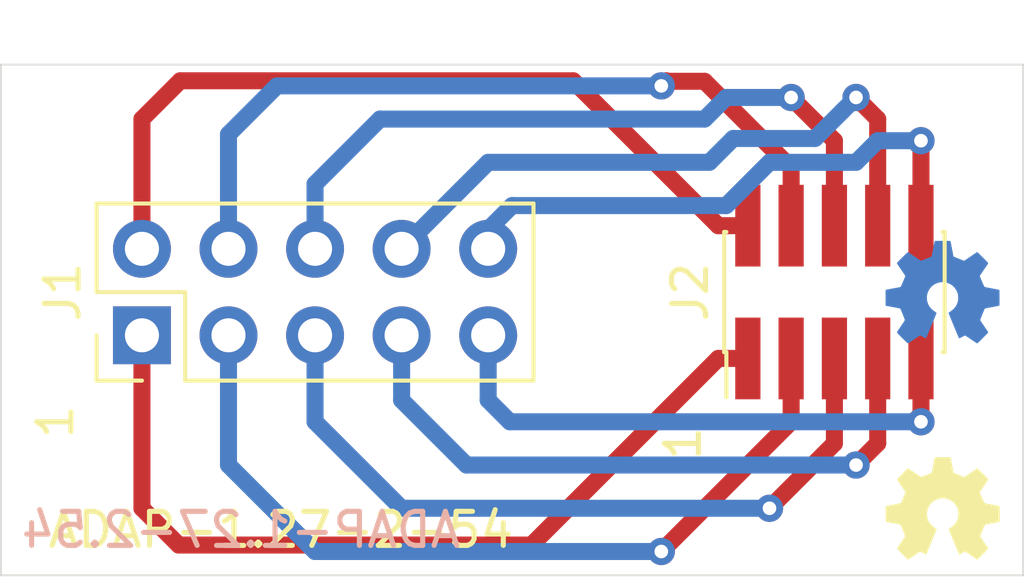
<source format=kicad_pcb>
(kicad_pcb (version 20211014) (generator pcbnew)
  (title_block (title "5x2 pin 1.27 mm male to 2.54 mm male adapter") (company "Galopago"))
  (layers (0 "F.Cu" signal) (31 "B.Cu" signal) (34 "B.Paste" user) (35 "F.Paste" user) (36 "B.SilkS" user "B.Silkscreen") (37 "F.SilkS" user "F.Silkscreen") (38 "B.Mask" user) (39 "F.Mask" user) (44 "Edge.Cuts" user))
  (net 0 "")
  (net 1 "Net-(J1-Pad10)")
  (net 2 "Net-(J1-Pad9)")
  (net 3 "Net-(J1-Pad8)")
  (net 4 "Net-(J1-Pad7)")
  (net 5 "Net-(J1-Pad6)")
  (net 6 "Net-(J1-Pad5)")
  (net 7 "Net-(J1-Pad4)")
  (net 8 "Net-(J1-Pad3)")
  (net 9 "Net-(J1-Pad2)")
  (net 10 "Net-(J1-Pad1)")
  (footprint "Connector_PinHeader_2.54mm:PinHeader_2x05_P2.54mm_Vertical" (layer "F.Cu") (at 104.14 107.95 90)
    (fp_text reference "J1" (at 1.27 -2.33 90) (layer "F.SilkS"))
    (fp_text value "Conn_02x05_Odd_Even")
    (fp_line (start 1.27 1.27) (end 1.27 -1.33) (layer "F.SilkS") (width 0.12))
    (fp_line (start -1.33 0) (end -1.33 -1.33) (layer "F.SilkS") (width 0.12))
    (fp_line (start -1.33 11.49) (end 3.87 11.49) (layer "F.SilkS") (width 0.12))
    (fp_line (start 1.27 -1.33) (end 3.87 -1.33) (layer "F.SilkS") (width 0.12))
    (fp_line (start -1.33 -1.33) (end 0 -1.33) (layer "F.SilkS") (width 0.12))
    (fp_line (start -1.33 1.27) (end -1.33 11.49) (layer "F.SilkS") (width 0.12))
    (fp_line (start -1.33 1.27) (end 1.27 1.27) (layer "F.SilkS") (width 0.12))
    (fp_line (start 3.87 -1.33) (end 3.87 11.49) (layer "F.SilkS") (width 0.12))
    (pad "1" thru_hole rect locked (at 0 0 90) (size 1.7 1.7) (drill 1) (layers *.Cu *.Mask) (net 10 "Net-(J1-Pad1)"))
    (pad "2" thru_hole oval locked (at 2.54 0 90) (size 1.7 1.7) (drill 1) (layers *.Cu *.Mask) (net 9 "Net-(J1-Pad2)"))
    (pad "3" thru_hole oval locked (at 0 2.54 90) (size 1.7 1.7) (drill 1) (layers *.Cu *.Mask) (net 8 "Net-(J1-Pad3)"))
    (pad "4" thru_hole oval locked (at 2.54 2.54 90) (size 1.7 1.7) (drill 1) (layers *.Cu *.Mask) (net 7 "Net-(J1-Pad4)"))
    (pad "5" thru_hole oval locked (at 0 5.08 90) (size 1.7 1.7) (drill 1) (layers *.Cu *.Mask) (net 6 "Net-(J1-Pad5)"))
    (pad "6" thru_hole oval locked (at 2.54 5.08 90) (size 1.7 1.7) (drill 1) (layers *.Cu *.Mask) (net 5 "Net-(J1-Pad6)"))
    (pad "7" thru_hole oval locked (at 0 7.62 90) (size 1.7 1.7) (drill 1) (layers *.Cu *.Mask) (net 4 "Net-(J1-Pad7)"))
    (pad "8" thru_hole oval locked (at 2.54 7.62 90) (size 1.7 1.7) (drill 1) (layers *.Cu *.Mask) (net 3 "Net-(J1-Pad8)"))
    (pad "9" thru_hole oval locked (at 0 10.16 90) (size 1.7 1.7) (drill 1) (layers *.Cu *.Mask) (net 2 "Net-(J1-Pad9)"))
    (pad "10" thru_hole oval locked (at 2.54 10.16 90) (size 1.7 1.7) (drill 1) (layers *.Cu *.Mask) (net 1 "Net-(J1-Pad10)"))
  )
  (footprint "Connector_PinHeader_1.27mm:PinHeader_2x05_P1.27mm_Vertical_SMD" (layer "F.Cu") (at 124.46 106.68 90)
    (fp_text reference "J2" (at 0 -4.235 90) (layer "F.SilkS"))
    (fp_text value "Conn_02x05_Odd_Even")
    (fp_line (start -1.765 -3.235) (end -1.765 -3.17) (layer "F.SilkS") (width 0.12))
    (fp_line (start -1.765 3.17) (end -1.765 3.235) (layer "F.SilkS") (width 0.12))
    (fp_line (start -1.765 3.235) (end 1.765 3.235) (layer "F.SilkS") (width 0.12))
    (fp_line (start -1.765 -3.235) (end 1.765 -3.235) (layer "F.SilkS") (width 0.12))
    (fp_line (start 1.765 3.17) (end 1.765 3.235) (layer "F.SilkS") (width 0.12))
    (fp_line (start -3.09 -3.17) (end -1.765 -3.17) (layer "F.SilkS") (width 0.12))
    (fp_line (start 1.765 -3.235) (end 1.765 -3.17) (layer "F.SilkS") (width 0.12))
    (pad "1" smd rect locked (at -1.95 -2.54 90) (size 2.4 0.74) (layers "F.Cu" "F.Paste" "F.Mask") (net 10 "Net-(J1-Pad1)"))
    (pad "2" smd rect locked (at 1.95 -2.54 90) (size 2.4 0.74) (layers "F.Cu" "F.Paste" "F.Mask") (net 9 "Net-(J1-Pad2)"))
    (pad "3" smd rect locked (at -1.95 -1.27 90) (size 2.4 0.74) (layers "F.Cu" "F.Paste" "F.Mask") (net 8 "Net-(J1-Pad3)"))
    (pad "4" smd rect locked (at 1.95 -1.27 90) (size 2.4 0.74) (layers "F.Cu" "F.Paste" "F.Mask") (net 7 "Net-(J1-Pad4)"))
    (pad "5" smd rect locked (at -1.95 0 90) (size 2.4 0.74) (layers "F.Cu" "F.Paste" "F.Mask") (net 6 "Net-(J1-Pad5)"))
    (pad "6" smd rect locked (at 1.95 0 90) (size 2.4 0.74) (layers "F.Cu" "F.Paste" "F.Mask") (net 5 "Net-(J1-Pad6)"))
    (pad "7" smd rect locked (at -1.95 1.27 90) (size 2.4 0.74) (layers "F.Cu" "F.Paste" "F.Mask") (net 4 "Net-(J1-Pad7)"))
    (pad "8" smd rect locked (at 1.95 1.27 90) (size 2.4 0.74) (layers "F.Cu" "F.Paste" "F.Mask") (net 3 "Net-(J1-Pad8)"))
    (pad "9" smd rect locked (at -1.95 2.54 90) (size 2.4 0.74) (layers "F.Cu" "F.Paste" "F.Mask") (net 2 "Net-(J1-Pad9)"))
    (pad "10" smd rect locked (at 1.95 2.54 90) (size 2.4 0.74) (layers "F.Cu" "F.Paste" "F.Mask") (net 1 "Net-(J1-Pad10)"))
  )
  (footprint "Symbol:OSHW-Symbol_3.3x3mm_SilkScreen" (layer "F.Cu") (at 127.635 113.03)
    (fp_text reference "REF**" hide)
    (fp_text value "OSHW-Symbol_3.3x3mm_SilkScreen" hide)
    (fp_poly (pts (xy 0.025852 -1.499527) (xy 0.060681 -1.499384) (xy 0.094199 -1.499117) (xy 0.12563 -1.498727) (xy 0.154193 -1.49821) (xy 0.17911 -1.497569) (xy 0.199602 -1.496802) (xy 0.21489 -1.495911) (xy 0.224196 -1.494894) (xy 0.226648 -1.494181) (xy 0.228282 -1.491962) (xy 0.230212 -1.48721) (xy 0.232539 -1.479442) (xy 0.235366 -1.468179) (xy 0.238796 -1.452939) (xy 0.24293 -1.433243) (xy 0.24787 -1.408608) (xy 0.253718 -1.378556) (xy 0.260576 -1.342604) (xy 0.268547 -1.300273) (xy 0.273859 -1.271867) (xy 0.281171 -1.232921) (xy 0.288195 -1.19596) (xy 0.294805 -1.161625) (xy 0.300873 -1.130558) (xy 0.306271 -1.103402) (xy 0.310871 -1.080797) (xy 0.314546 -1.063386) (xy 0.317168 -1.051811) (xy 0.318611 -1.046712) (xy 0.318636 -1.046662) (xy 0.32374 -1.03982) (xy 0.327471 -1.037012) (xy 0.387317 -1.012399) (xy 0.440529 -0.990597) (xy 0.487158 -0.971587) (xy 0.527253 -0.955347) (xy 0.560864 -0.941859) (xy 0.588043 -0.931101) (xy 0.608839 -0.923053) (xy 0.623302 -0.917696) (xy 0.631483 -0.91501) (xy 0.633259 -0.914662) (xy 0.634915 -0.914647) (xy 0.636575 -0.914799) (xy 0.63868 -0.915406) (xy 0.641672 -0.916759) (xy 0.645992 -0.919148) (xy 0.652081 -0.922863) (xy 0.66038 -0.928196) (xy 0.671332 -0.935435) (xy 0.685376 -0.944872) (xy 0.702954 -0.956796) (xy 0.724508 -0.971498) (xy 0.750479 -0.989269) (xy 0.781308 -1.010398) (xy 0.817437 -1.035175) (xy 0.840254 -1.050826) (xy 0.870851 -1.071788) (xy 0.899826 -1.091593) (xy 0.926593 -1.109845) (xy 0.950567 -1.126145) (xy 0.971161 -1.140097) (xy 0.98779 -1.151303) (xy 0.999869 -1.159366) (xy 1.006811 -1.16389) (xy 1.008091 -1.164658) (xy 1.015869 -1.167036) (xy 1.024185 -1.164695) (xy 1.026239 -1.163653) (xy 1.030583 -1.160163) (xy 1.039549 -1.151989) (xy 1.052649 -1.139606) (xy 1.069396 -1.123489) (xy 1.089301 -1.10411) (xy 1.111878 -1.081945) (xy 1.13664 -1.057467) (xy 1.163099 -1.03115) (xy 1.185974 -1.008275) (xy 1.217861 -0.976277) (xy 1.244963 -0.948982) (xy 1.267657 -0.925988) (xy 1.286318 -0.906891) (xy 1.30132 -0.891287) (xy 1.31304 -0.878773) (xy 1.321851 -0.868946) (xy 1.32813 -0.861402) (xy 1.332252 -0.855738) (xy 1.334591 -0.851551) (xy 1.335524 -0.848437) (xy 1.335587 -0.847412) (xy 1.334507 -0.84346) (xy 1.331167 -0.836565) (xy 1.325335 -0.826372) (xy 1.316782 -0.812524) (xy 1.305277 -0.794667) (xy 1.290589 -0.772445) (xy 1.272488 -0.745501) (xy 1.250744 -0.71348) (xy 1.225125 -0.676027) (xy 1.214156 -0.66005) (xy 1.192108 -0.627861) (xy 1.171272 -0.597252) (xy 1.152019 -0.568779) (xy 1.134718 -0.542999) (xy 1.11974 -0.520467) (xy 1.107456 -0.501742) (xy 1.098236 -0.487379) (xy 1.092449 -0.477936) (xy 1.09049 -0.474129) (xy 1.090554 -0.470302) (xy 1.092137 -0.463537) (xy 1.09543 -0.453346) (xy 1.100621 -0.439244) (xy 1.1079 -0.420742) (xy 1.117456 -0.397354) (xy 1.129479 -0.368594) (xy 1.144158 -0.333974) (xy 1.154012 -0.310906) (xy 1.168241 -0.277905) (xy 1.181651 -0.247269) (xy 1.193946 -0.219646) (xy 1.204828 -0.195684) (xy 1.214001 -0.176031) (xy 1.221168 -0.161335) (xy 1.226032 -0.152244) (xy 1.227881 -0.149587) (xy 1.233172 -0.146205) (xy 1.24219 -0.142832) (xy 1.255843 -0.139222) (xy 1.275037 -0.135129) (xy 1.29577 -0.131201) (xy 1.355637 -0.120226) (xy 1.41094 -0.110024) (xy 1.461408 -0.100646) (xy 1.506772 -0.092142) (xy 1.546762 -0.084566) (xy 1.581107 -0.077969) (xy 1.609539 -0.072402) (xy 1.631787 -0.067916) (xy 1.647582 -0.064565) (xy 1.656653 -0.062399) (xy 1.658716 -0.061711) (xy 1.665262 -0.055985) (xy 1.667378 -0.052434) (xy 1.667781 -0.047837) (xy 1.668161 -0.036632) (xy 1.668511 -0.019469) (xy 1.668825 0.003) (xy 1.669096 0.030125) (xy 1.669317 0.061255) (xy 1.669483 0.095739) (xy 1.669586 0.132926) (xy 1.66962 0.170629) (xy 1.669622 0.216578) (xy 1.6696 0.255812) (xy 1.669514 0.288874) (xy 1.669323 0.316306) (xy 1.668986 0.338653) (xy 1.668462 0.356458) (xy 1.667711 0.370265) (xy 1.666692 0.380616) (xy 1.665364 0.388056) (xy 1.663686 0.393128) (xy 1.661618 0.396375) (xy 1.659118 0.39834) (xy 1.656147 0.399568) (xy 1.652662 0.400601) (xy 1.652358 0.400692) (xy 1.647692 0.401691) (xy 1.636554 0.403877) (xy 1.619608 0.407123) (xy 1.597522 0.411304) (xy 1.570962 0.416296) (xy 1.540595 0.421972) (xy 1.507086 0.428207) (xy 1.471102 0.434876) (xy 1.446399 0.439441) (xy 1.402024 0.447664) (xy 1.364282 0.454741) (xy 1.332655 0.460784) (xy 1.306629 0.465901) (xy 1.285684 0.470203) (xy 1.269304 0.473799) (xy 1.256973 0.4768) (xy 1.248174 0.479315) (xy 1.242389 0.481454) (xy 1.239102 0.483328) (xy 1.238787 0.483598) (xy 1.235707 0.488544) (xy 1.230373 0.499456) (xy 1.223114 0.515517) (xy 1.214256 0.535908) (xy 1.20413 0.559813) (xy 1.193063 0.586414) (xy 1.181384 0.614892) (xy 1.169421 0.64443) (xy 1.157503 0.67421) (xy 1.145957 0.703415) (xy 1.135114 0.731226) (xy 1.1253 0.756827) (xy 1.116844 0.779398) (xy 1.110075 0.798123) (xy 1.105321 0.812184) (xy 1.10291 0.820762) (xy 1.102676 0.822511) (xy 1.103501 0.826238) (xy 1.106155 0.832251) (xy 1.110905 0.840966) (xy 1.118018 0.852799) (xy 1.127763 0.868165) (xy 1.140405 0.887479) (xy 1.156213 0.911157) (xy 1.175453 0.939615) (xy 1.198393 0.973268) (xy 1.219185 1.003622) (xy 1.247786 1.045457) (xy 1.272219 1.08152) (xy 1.292562 1.111931) (xy 1.308892 1.136806) (xy 1.321285 1.156264) (xy 1.329818 1.170424) (xy 1.334568 1.179403) (xy 1.335696 1.182898) (xy 1.334819 1.185801) (xy 1.331965 1.190387) (xy 1.326794 1.197013) (xy 1.31897 1.206038) (xy 1.308154 1.21782) (xy 1.294009 1.232718) (xy 1.276197 1.25109) (xy 1.25438 1.273295) (xy 1.22822 1.29969) (xy 1.19738 1.330633) (xy 1.180514 1.347508) (xy 1.144517 1.3834) (xy 1.113381 1.414228) (xy 1.086933 1.44016) (xy 1.064997 1.461361) (xy 1.047401 1.477996) (xy 1.03397 1.490231) (xy 1.024529 1.498232) (xy 1.018905 1.502165) (xy 1.017457 1.502658) (xy 1.015637 1.502543) (xy 1.013435 1.502011) (xy 1.010423 1.500778) (xy 1.00617 1.498561) (xy 1.000249 1.495077) (xy 0.992229 1.490044) (xy 0.981681 1.483178) (xy 0.968177 1.474197) (xy 0.951286 1.462816) (xy 0.93058 1.448755) (xy 0.905629 1.431728) (xy 0.876004 1.411455) (xy 0.841276 1.38765) (xy 0.801016 1.360033) (xy 0.798844 1.358542) (xy 0.771484 1.339883) (xy 0.74578 1.322568) (xy 0.722388 1.307024) (xy 0.70196 1.293676) (xy 0.685151 1.282947) (xy 0.672616 1.275263) (xy 0.665007 1.271049) (xy 0.663107 1.270363) (xy 0.657945 1.272015) (xy 0.647402 1.276647) (xy 0.632479 1.283776) (xy 0.614174 1.292917) (xy 0.593485 1.303586) (xy 0.581111 1.310111) (xy 0.559585 1.321515) (xy 0.539985 1.331828) (xy 0.523292 1.340538) (xy 0.510485 1.347137) (xy 0.502545 1.351114) (xy 0.500577 1.352011) (xy 0.493787 1.351439) (xy 0.487302 1.347651) (xy 0.484931 1.343479) (xy 0.480045 1.333121) (xy 0.472866 1.317111) (xy 0.463616 1.295986) (xy 0.452518 1.270282) (xy 0.439795 1.240535) (xy 0.425669 1.20728) (xy 0.410363 1.171054) (xy 0.394098 1.132392) (xy 0.377099 1.091831) (xy 0.359586 1.049906) (xy 0.341783 1.007153) (xy 0.323912 0.964109) (xy 0.306196 0.921309) (xy 0.288857 0.879289) (xy 0.272118 0.838585) (xy 0.256201 0.799734) (xy 0.241328 0.76327) (xy 0.227723 0.729731) (xy 0.215608 0.699651) (xy 0.205205 0.673567) (xy 0.196737 0.652015) (xy 0.190426 0.635531) (xy 0.186495 0.624651) (xy 0.185165 0.619929) (xy 0.185791 0.613195) (xy 0.188378 0.607681) (xy 0.194148 0.602031) (xy 0.204322 0.594892) (xy 0.212332 0.589779) (xy 0.263966 0.554544) (xy 0.308893 0.517898) (xy 0.347607 0.479326) (xy 0.380603 0.438315) (xy 0.408378 0.394354) (xy 0.417309 0.377479) (xy 0.439229 0.326154) (xy 0.454771 0.272371) (xy 0.463874 0.217045) (xy 0.466482 0.161092) (xy 0.462535 0.105426) (xy 0.451976 0.050962) (xy 0.440485 0.01367) (xy 0.417906 -0.038805) (xy 0.389288 -0.087904) (xy 0.35515 -0.133051) (xy 0.31601 -0.173674) (xy 0.272388 -0.209198) (xy 0.224801 -0.239049) (xy 0.201518 -0.250813) (xy 0.148277 -0.271953) (xy 0.094043 -0.286249) (xy 0.039365 -0.293887) (xy -0.015209 -0.295051) (xy -0.069128 -0.289926) (xy -0.121846 -0.278696) (xy -0.172811 -0.261547) (xy -0.221477 -0.238661) (xy -0.267293 -0.210226) (xy -0.309711 -0.176424) (xy -0.348181 -0.13744) (xy -0.382155 -0.09346) (xy -0.411018 -0.044798) (xy -0.43153 -0.000289) (xy -0.446415 0.043039) (xy -0.456139 0.087152) (xy -0.461168 0.134012) (xy -0.462144 0.170591) (xy -0.460109 0.219623) (xy -0.453864 0.264464) (xy -0.44294 0.307147) (xy -0.426868 0.349702) (xy -0.414813 0.375508) (xy -0.390255 0.418998) (xy -0.361148 0.459431) (xy -0.326905 0.497415) (xy -0.28694 0.533558) (xy -0.240669 0.56847) (xy -0.208703 0.589671) (xy -0.195559 0.598285) (xy -0.187491 0.604626) (xy -0.183281 0.610041) (xy -0.181713 0.615878) (xy -0.181536 0.619759) (xy -0.182893 0.624196) (xy -0.186833 0.634793) (xy -0.193135 0.651016) (xy -0.201578 0.672328) (xy -0.21194 0.698195) (xy -0.224002 0.728081) (xy -0.237541 0.76145) (xy -0.252336 0.797768) (xy -0.268168 0.836498) (xy -0.284814 0.877106) (xy -0.302054 0.919055) (xy -0.319666 0.961812) (xy -0.33743 1.00484) (xy -0.355124 1.047603) (xy -0.372527 1.089568) (xy -0.38942 1.130197) (xy -0.405579 1.168957) (xy -0.420785 1.205311) (xy -0.434816 1.238723) (xy -0.447452 1.26866) (xy -0.458471 1.294585) (xy -0.467652 1.315963) (xy -0.474774 1.332258) (xy -0.479617 1.342936) (xy -0.481959 1.34746) (xy -0.481985 1.347492) (xy -0.487791 1.352518) (xy -0.491202 1.353844) (xy -0.495316 1.352207) (xy -0.50491 1.347607) (xy -0.519065 1.340508) (xy -0.536863 1.331376) (xy -0.557385 1.320676) (xy -0.573632 1.312103) (xy -0.595791 1.300506) (xy -0.616133 1.290147) (xy -0.633687 1.281497) (xy -0.647486 1.275027) (xy -0.656559 1.271207) (xy -0.659601 1.270363) (xy -0.663864 1.272369) (xy -0.673532 1.278142) (xy -0.688044 1.287311) (xy -0.706838 1.299509) (xy -0.729354 1.314364) (xy -0.755031 1.331508) (xy -0.783307 1.350571) (xy -0.813621 1.371185) (xy -0.836004 1.38651) (xy -0.87154 1.41081) (xy -0.904052 1.432842) (xy -0.933135 1.45234) (xy -0.958386 1.469041) (xy -0.9794 1.482679) (xy -0.995771 1.49299) (xy -1.007097 1.499709) (xy -1.012971 1.502571) (xy -1.013463 1.502658) (xy -1.016834 1.501147) (xy -1.023124 1.496451) (xy -1.032596 1.48832) (xy -1.045511 1.476508) (xy -1.062129 1.460764) (xy -1.082712 1.440843) (xy -1.107522 1.416494) (xy -1.13682 1.387471) (xy -1.170867 1.353525) (xy -1.176917 1.347476) (xy -1.209985 1.314351) (xy -1.238222 1.285946) (xy -1.261972 1.261892) (xy -1.281582 1.241822) (xy -1.297398 1.225368) (xy -1.309766 1.212162) (xy -1.319033 1.201837) (xy -1.325544 1.194025) (xy -1.329645 1.188357) (xy -1.331683 1.184467) (xy -1.332067 1.182598) (xy -1.330452 1.177914) (xy -1.325521 1.168741) (xy -1.317147 1.154881) (xy -1.305199 1.136137) (xy -1.289551 1.11231) (xy -1.270072 1.083202) (xy -1.246635 1.048615) (xy -1.219111 1.008351) (xy -1.215556 1.003171) (xy -1.189389 0.964967) (xy -1.167144 0.932292) (xy -1.148562 0.904743) (xy -1.133381 0.881915) (xy -1.121341 0.863405) (xy -1.112183 0.848808) (xy -1.105645 0.83772) (xy -1.101469 0.829738) (xy -1.099393 0.824458) (xy -1.099046 0.822329) (xy -1.100396 0.816284) (xy -1.104225 0.804414) (xy -1.110206 0.787538) (xy -1.118008 0.766474) (xy -1.127305 0.74204) (xy -1.137767 0.715053) (xy -1.149066 0.686332) (xy -1.160873 0.656694) (xy -1.172859 0.626959) (xy -1.184696 0.597943) (xy -1.196055 0.570465) (xy -1.206608 0.545342) (xy -1.216027 0.523393) (xy -1.223981 0.505436) (xy -1.230143 0.492289) (xy -1.234185 0.48477) (xy -1.235157 0.483499) (xy -1.238011 0.48167) (xy -1.243144 0.479613) (xy -1.251074 0.477217) (xy -1.26232 0.474372) (xy -1.277398 0.470968) (xy -1.296826 0.466894) (xy -1.321122 0.462039) (xy -1.350802 0.456293) (xy -1.386385 0.449545) (xy -1.428388 0.441685) (xy -1.447397 0.43815) (xy -1.494151 0.429418) (xy -1.534152 0.421835) (xy -1.567799 0.415318) (xy -1.595493 0.409781) (xy -1.617632 0.405142) (xy -1.634618 0.401316) (xy -1.646849 0.398219) (xy -1.654727 0.395766) (xy -1.65865 0.393875) (xy -1.658821 0.393731) (xy -1.660312 0.392194) (xy -1.66158 0.390122) (xy -1.662644 0.386956) (xy -1.663521 0.382136) (xy -1.66423 0.375106) (xy -1.664789 0.365306) (xy -1.665215 0.352178) (xy -1.665526 0.335164) (xy -1.665741 0.313704) (xy -1.665877 0.287242) (xy -1.665952 0.255217) (xy -1.665984 0.217073) (xy -1.66599 0.17225) (xy -1.66599 0.170326) (xy -1.665954 0.131181) (xy -1.665848 0.094113) (xy -1.66568 0.059775) (xy -1.665457 0.028817) (xy -1.665184 0.00189) (xy -1.664868 -0.020354) (xy -1.664516 -0.037263) (xy -1.664135 -0.048187) (xy -1.663749 -0.052434) (xy -1.658744 -0.059104) (xy -1.655245 -0.061627) (xy -1.65061 -0.062888) (xy -1.63949 -0.065331) (xy -1.622538 -0.068826) (xy -1.600407 -0.073247) (xy -1.573753 -0.078464) (xy -1.543229 -0.08435) (xy -1.509488 -0.090775) (xy -1.473186 -0.097613) (xy -1.442432 -0.103351) (xy -1.394011 -0.112405) (xy -1.35243 -0.12031) (xy -1.317371 -0.127132) (xy -1.288518 -0.132938) (xy -1.265553 -0.137793) (xy -1.248159 -0.141765) (xy -1.236018 -0.144919) (xy -1.228815 -0.147321) (xy -1.226808 -0.148371) (xy -1.223139 -0.153333) (xy -1.217136 -0.164178) (xy -1.209154 -0.180083) (xy -1.199548 -0.200223) (xy -1.188673 -0.223774) (xy -1.176884 -0.249912) (xy -1.164538 -0.277814) (xy -1.151988 -0.306655) (xy -1.139591 -0.335612) (xy -1.127701 -0.363859) (xy -1.116674 -0.390575) (xy -1.106865 -0.414933) (xy -1.09863 -0.436112) (xy -1.092323 -0.453285) (xy -1.0883 -0.46563) (xy -1.086915 -0.472323) (xy -1.086952 -0.472757) (xy -1.089283 -0.477499) (xy -1.095384 -0.487647) (xy -1.104886 -0.502644) (xy -1.11742 -0.521932) (xy -1.132618 -0.544952) (xy -1.150112 -0.571146) (xy -1.169535 -0.599957) (xy -1.190516 -0.630826) (xy -1.210275 -0.659682) (xy -1.237478 -0.699366) (xy -1.260717 -0.73348) (xy -1.280225 -0.762379) (xy -1.296229 -0.78642) (xy -1.308963 -0.805956) (xy -1.318654 -0.821344) (xy -1.325535 -0.832939) (xy -1.329835 -0.841097) (xy -1.331784 -0.846172) (xy -1.331958 -0.847413) (xy -1.331479 -0.8502) (xy -1.329747 -0.853901) (xy -1.326387 -0.858916) (xy -1.321027 -0.865646) (xy -1.313294 -0.874492) (xy -1.302816 -0.885854) (xy -1.289218 -0.900133) (xy -1.272129 -0.91773) (xy -1.251175 -0.939046) (xy -1.225984 -0.96448) (xy -1.196183 -0.994435) (xy -1.18053 -1.010136) (xy -1.152941 -1.037716) (xy -1.126699 -1.063793) (xy -1.10228 -1.087902) (xy -1.080162 -1.109581) (xy -1.060819 -1.128368) (xy -1.044728 -1.143799) (xy -1.032366 -1.155413) (xy -1.024208 -1.162746) (xy -1.020859 -1.165301) (xy -1.012242 -1.167031) (xy -1.007211 -1.166415) (xy -1.003303 -1.164031) (xy -0.993948 -1.157894) (xy -0.979682 -1.148366) (xy -0.961038 -1.135807) (xy -0.93855 -1.120581) (xy -0.912753 -1.103048) (xy -0.88418 -1.08357) (xy -0.853366 -1.062509) (xy -0.820845 -1.040227) (xy -0.819757 -1.03948) (xy -0.784266 -1.015223) (xy -0.751329 -0.99289) (xy -0.72139 -0.972773) (xy -0.69489 -0.955163) (xy -0.672273 -0.94035) (xy -0.65398 -0.928624) (xy -0.640455 -0.920277) (xy -0.632139 -0.915599) (xy -0.62969 -0.914662) (xy -0.62508 -0.915989) (xy -0.614602 -0.919744) (xy -0.599101 -0.925588) (xy -0.57942 -0.933183) (xy -0.556405 -0.94219) (xy -0.530897 -0.95227) (xy -0.503743 -0.963084) (xy -0.475785 -0.974293) (xy -0.447867 -0.985559) (xy -0.420834 -0.996543) (xy -0.395529 -1.006906) (xy -0.372797 -1.016309) (xy -0.353481 -1.024414) (xy -0.338425 -1.030881) (xy -0.328474 -1.035372) (xy -0.326242 -1.036472) (xy -0.318293 -1.042229) (xy -0.313911 -1.047915) (xy -0.312768 -1.052562) (xy -0.310425 -1.063709) (xy -0.307004 -1.080721) (xy -0.30263 -1.102959) (xy -0.297425 -1.129788) (xy -0.291514 -1.160571) (xy -0.28502 -1.194671) (xy -0.278065 -1.231451) (xy -0.270775 -1.270275) (xy -0.270488 -1.271808) (xy -0.261806 -1.318045) (xy -0.254302 -1.357623) (xy -0.247871 -1.391028) (xy -0.24241 -1.418746) (xy -0.237815 -1.441263) (xy -0.233983 -1.459066) (xy -0.23081 -1.472641) (xy -0.228191 -1.482473) (xy -0.226025 -1.489049) (xy -0.224207 -1.492856) (xy -0.2231 -1.494122) (xy -0.218015 -1.49522) (xy -0.20645 -1.496194) (xy -0.189185 -1.497045) (xy -0.166999 -1.497772) (xy -0.14067 -1.498375) (xy -0.110978 -1.498854) (xy -0.0787 -1.499208) (xy -0.044617 -1.499438) (xy -0.009506 -1.499545) (xy 0.025852 -1.499527)) (layer "F.SilkS") (width 0.01) (fill solid))
  )
  (footprint "Symbol:OSHW-Symbol_3.3x3mm_Copper" (layer "B.Cu") (at 127.635 106.68 180)
    (fp_text reference "REF**" hide)
    (fp_text value "OSHW-Symbol_3.3x3mm_Copper" hide)
    (fp_poly (pts (xy 0.025852 1.499527) (xy 0.060681 1.499384) (xy 0.094199 1.499117) (xy 0.12563 1.498727) (xy 0.154193 1.49821) (xy 0.17911 1.497569) (xy 0.199602 1.496802) (xy 0.21489 1.495911) (xy 0.224196 1.494894) (xy 0.226648 1.494181) (xy 0.228282 1.491962) (xy 0.230212 1.48721) (xy 0.232539 1.479442) (xy 0.235366 1.468179) (xy 0.238796 1.452939) (xy 0.24293 1.433243) (xy 0.24787 1.408608) (xy 0.253718 1.378556) (xy 0.260576 1.342604) (xy 0.268547 1.300273) (xy 0.273859 1.271867) (xy 0.281171 1.232921) (xy 0.288195 1.19596) (xy 0.294805 1.161625) (xy 0.300873 1.130558) (xy 0.306271 1.103402) (xy 0.310871 1.080797) (xy 0.314546 1.063386) (xy 0.317168 1.051811) (xy 0.318611 1.046712) (xy 0.318636 1.046662) (xy 0.32374 1.03982) (xy 0.327471 1.037012) (xy 0.387317 1.012399) (xy 0.440529 0.990597) (xy 0.487158 0.971587) (xy 0.527253 0.955347) (xy 0.560864 0.941859) (xy 0.588043 0.931101) (xy 0.608839 0.923053) (xy 0.623302 0.917696) (xy 0.631483 0.91501) (xy 0.633259 0.914662) (xy 0.634915 0.914647) (xy 0.636575 0.914799) (xy 0.63868 0.915406) (xy 0.641672 0.916759) (xy 0.645992 0.919148) (xy 0.652081 0.922863) (xy 0.66038 0.928196) (xy 0.671332 0.935435) (xy 0.685376 0.944872) (xy 0.702954 0.956796) (xy 0.724508 0.971498) (xy 0.750479 0.989269) (xy 0.781308 1.010398) (xy 0.817437 1.035175) (xy 0.840254 1.050826) (xy 0.870851 1.071788) (xy 0.899826 1.091593) (xy 0.926593 1.109845) (xy 0.950567 1.126145) (xy 0.971161 1.140097) (xy 0.98779 1.151303) (xy 0.999869 1.159366) (xy 1.006811 1.16389) (xy 1.008091 1.164658) (xy 1.015869 1.167036) (xy 1.024185 1.164695) (xy 1.026239 1.163653) (xy 1.030583 1.160163) (xy 1.039549 1.151989) (xy 1.052649 1.139606) (xy 1.069396 1.123489) (xy 1.089301 1.10411) (xy 1.111878 1.081945) (xy 1.13664 1.057467) (xy 1.163099 1.03115) (xy 1.185974 1.008275) (xy 1.217861 0.976277) (xy 1.244963 0.948982) (xy 1.267657 0.925988) (xy 1.286318 0.906891) (xy 1.30132 0.891287) (xy 1.31304 0.878773) (xy 1.321851 0.868946) (xy 1.32813 0.861402) (xy 1.332252 0.855738) (xy 1.334591 0.851551) (xy 1.335524 0.848437) (xy 1.335587 0.847412) (xy 1.334507 0.84346) (xy 1.331167 0.836565) (xy 1.325335 0.826372) (xy 1.316782 0.812524) (xy 1.305277 0.794667) (xy 1.290589 0.772445) (xy 1.272488 0.745501) (xy 1.250744 0.71348) (xy 1.225125 0.676027) (xy 1.214156 0.66005) (xy 1.192108 0.627861) (xy 1.171272 0.597252) (xy 1.152019 0.568779) (xy 1.134718 0.542999) (xy 1.11974 0.520467) (xy 1.107456 0.501742) (xy 1.098236 0.487379) (xy 1.092449 0.477936) (xy 1.09049 0.474129) (xy 1.090554 0.470302) (xy 1.092137 0.463537) (xy 1.09543 0.453346) (xy 1.100621 0.439244) (xy 1.1079 0.420742) (xy 1.117456 0.397354) (xy 1.129479 0.368594) (xy 1.144158 0.333974) (xy 1.154012 0.310906) (xy 1.168241 0.277905) (xy 1.181651 0.247269) (xy 1.193946 0.219646) (xy 1.204828 0.195684) (xy 1.214001 0.176031) (xy 1.221168 0.161335) (xy 1.226032 0.152244) (xy 1.227881 0.149587) (xy 1.233172 0.146205) (xy 1.24219 0.142832) (xy 1.255843 0.139222) (xy 1.275037 0.135129) (xy 1.29577 0.131201) (xy 1.355637 0.120226) (xy 1.41094 0.110024) (xy 1.461408 0.100646) (xy 1.506772 0.092142) (xy 1.546762 0.084566) (xy 1.581107 0.077969) (xy 1.609539 0.072402) (xy 1.631787 0.067916) (xy 1.647582 0.064565) (xy 1.656653 0.062399) (xy 1.658716 0.061711) (xy 1.665262 0.055985) (xy 1.667378 0.052434) (xy 1.667781 0.047837) (xy 1.668161 0.036632) (xy 1.668511 0.019469) (xy 1.668825 -0.003) (xy 1.669096 -0.030125) (xy 1.669317 -0.061255) (xy 1.669483 -0.095739) (xy 1.669586 -0.132926) (xy 1.66962 -0.170629) (xy 1.669622 -0.216578) (xy 1.6696 -0.255812) (xy 1.669514 -0.288874) (xy 1.669323 -0.316306) (xy 1.668986 -0.338653) (xy 1.668462 -0.356458) (xy 1.667711 -0.370265) (xy 1.666692 -0.380616) (xy 1.665364 -0.388056) (xy 1.663686 -0.393128) (xy 1.661618 -0.396375) (xy 1.659118 -0.39834) (xy 1.656147 -0.399568) (xy 1.652662 -0.400601) (xy 1.652358 -0.400692) (xy 1.647692 -0.401691) (xy 1.636554 -0.403877) (xy 1.619608 -0.407123) (xy 1.597522 -0.411304) (xy 1.570962 -0.416296) (xy 1.540595 -0.421972) (xy 1.507086 -0.428207) (xy 1.471102 -0.434876) (xy 1.446399 -0.439441) (xy 1.402024 -0.447664) (xy 1.364282 -0.454741) (xy 1.332655 -0.460784) (xy 1.306629 -0.465901) (xy 1.285684 -0.470203) (xy 1.269304 -0.473799) (xy 1.256973 -0.4768) (xy 1.248174 -0.479315) (xy 1.242389 -0.481454) (xy 1.239102 -0.483328) (xy 1.238787 -0.483598) (xy 1.235707 -0.488544) (xy 1.230373 -0.499456) (xy 1.223114 -0.515517) (xy 1.214256 -0.535908) (xy 1.20413 -0.559813) (xy 1.193063 -0.586414) (xy 1.181384 -0.614892) (xy 1.169421 -0.64443) (xy 1.157503 -0.67421) (xy 1.145957 -0.703415) (xy 1.135114 -0.731226) (xy 1.1253 -0.756827) (xy 1.116844 -0.779398) (xy 1.110075 -0.798123) (xy 1.105321 -0.812184) (xy 1.10291 -0.820762) (xy 1.102676 -0.822511) (xy 1.103501 -0.826238) (xy 1.106155 -0.832251) (xy 1.110905 -0.840966) (xy 1.118018 -0.852799) (xy 1.127763 -0.868165) (xy 1.140405 -0.887479) (xy 1.156213 -0.911157) (xy 1.175453 -0.939615) (xy 1.198393 -0.973268) (xy 1.219185 -1.003622) (xy 1.247786 -1.045457) (xy 1.272219 -1.08152) (xy 1.292562 -1.111931) (xy 1.308892 -1.136806) (xy 1.321285 -1.156264) (xy 1.329818 -1.170424) (xy 1.334568 -1.179403) (xy 1.335696 -1.182898) (xy 1.334819 -1.185801) (xy 1.331965 -1.190387) (xy 1.326794 -1.197013) (xy 1.31897 -1.206038) (xy 1.308154 -1.21782) (xy 1.294009 -1.232718) (xy 1.276197 -1.25109) (xy 1.25438 -1.273295) (xy 1.22822 -1.29969) (xy 1.19738 -1.330633) (xy 1.180514 -1.347508) (xy 1.144517 -1.3834) (xy 1.113381 -1.414228) (xy 1.086933 -1.44016) (xy 1.064997 -1.461361) (xy 1.047401 -1.477996) (xy 1.03397 -1.490231) (xy 1.024529 -1.498232) (xy 1.018905 -1.502165) (xy 1.017457 -1.502658) (xy 1.015637 -1.502543) (xy 1.013435 -1.502011) (xy 1.010423 -1.500778) (xy 1.00617 -1.498561) (xy 1.000249 -1.495077) (xy 0.992229 -1.490044) (xy 0.981681 -1.483178) (xy 0.968177 -1.474197) (xy 0.951286 -1.462816) (xy 0.93058 -1.448755) (xy 0.905629 -1.431728) (xy 0.876004 -1.411455) (xy 0.841276 -1.38765) (xy 0.801016 -1.360033) (xy 0.798844 -1.358542) (xy 0.771484 -1.339883) (xy 0.74578 -1.322568) (xy 0.722388 -1.307024) (xy 0.70196 -1.293676) (xy 0.685151 -1.282947) (xy 0.672616 -1.275263) (xy 0.665007 -1.271049) (xy 0.663107 -1.270363) (xy 0.657945 -1.272015) (xy 0.647402 -1.276647) (xy 0.632479 -1.283776) (xy 0.614174 -1.292917) (xy 0.593485 -1.303586) (xy 0.581111 -1.310111) (xy 0.559585 -1.321515) (xy 0.539985 -1.331828) (xy 0.523292 -1.340538) (xy 0.510485 -1.347137) (xy 0.502545 -1.351114) (xy 0.500577 -1.352011) (xy 0.493787 -1.351439) (xy 0.487302 -1.347651) (xy 0.484931 -1.343479) (xy 0.480045 -1.333121) (xy 0.472866 -1.317111) (xy 0.463616 -1.295986) (xy 0.452518 -1.270282) (xy 0.439795 -1.240535) (xy 0.425669 -1.20728) (xy 0.410363 -1.171054) (xy 0.394098 -1.132392) (xy 0.377099 -1.091831) (xy 0.359586 -1.049906) (xy 0.341783 -1.007153) (xy 0.323912 -0.964109) (xy 0.306196 -0.921309) (xy 0.288857 -0.879289) (xy 0.272118 -0.838585) (xy 0.256201 -0.799734) (xy 0.241328 -0.76327) (xy 0.227723 -0.729731) (xy 0.215608 -0.699651) (xy 0.205205 -0.673567) (xy 0.196737 -0.652015) (xy 0.190426 -0.635531) (xy 0.186495 -0.624651) (xy 0.185165 -0.619929) (xy 0.185791 -0.613195) (xy 0.188378 -0.607681) (xy 0.194148 -0.602031) (xy 0.204322 -0.594892) (xy 0.212332 -0.589779) (xy 0.263966 -0.554544) (xy 0.308893 -0.517898) (xy 0.347607 -0.479326) (xy 0.380603 -0.438315) (xy 0.408378 -0.394354) (xy 0.417309 -0.377479) (xy 0.439229 -0.326154) (xy 0.454771 -0.272371) (xy 0.463874 -0.217045) (xy 0.466482 -0.161092) (xy 0.462535 -0.105426) (xy 0.451976 -0.050962) (xy 0.440485 -0.01367) (xy 0.417906 0.038805) (xy 0.389288 0.087904) (xy 0.35515 0.133051) (xy 0.31601 0.173674) (xy 0.272388 0.209198) (xy 0.224801 0.239049) (xy 0.201518 0.250813) (xy 0.148277 0.271953) (xy 0.094043 0.286249) (xy 0.039365 0.293887) (xy -0.015209 0.295051) (xy -0.069128 0.289926) (xy -0.121846 0.278696) (xy -0.172811 0.261547) (xy -0.221477 0.238661) (xy -0.267293 0.210226) (xy -0.309711 0.176424) (xy -0.348181 0.13744) (xy -0.382155 0.09346) (xy -0.411018 0.044798) (xy -0.43153 0.000289) (xy -0.446415 -0.043039) (xy -0.456139 -0.087152) (xy -0.461168 -0.134012) (xy -0.462144 -0.170591) (xy -0.460109 -0.219623) (xy -0.453864 -0.264464) (xy -0.44294 -0.307147) (xy -0.426868 -0.349702) (xy -0.414813 -0.375508) (xy -0.390255 -0.418998) (xy -0.361148 -0.459431) (xy -0.326905 -0.497415) (xy -0.28694 -0.533558) (xy -0.240669 -0.56847) (xy -0.208703 -0.589671) (xy -0.195559 -0.598285) (xy -0.187491 -0.604626) (xy -0.183281 -0.610041) (xy -0.181713 -0.615878) (xy -0.181536 -0.619759) (xy -0.182893 -0.624196) (xy -0.186833 -0.634793) (xy -0.193135 -0.651016) (xy -0.201578 -0.672328) (xy -0.21194 -0.698195) (xy -0.224002 -0.728081) (xy -0.237541 -0.76145) (xy -0.252336 -0.797768) (xy -0.268168 -0.836498) (xy -0.284814 -0.877106) (xy -0.302054 -0.919055) (xy -0.319666 -0.961812) (xy -0.33743 -1.00484) (xy -0.355124 -1.047603) (xy -0.372527 -1.089568) (xy -0.38942 -1.130197) (xy -0.405579 -1.168957) (xy -0.420785 -1.205311) (xy -0.434816 -1.238723) (xy -0.447452 -1.26866) (xy -0.458471 -1.294585) (xy -0.467652 -1.315963) (xy -0.474774 -1.332258) (xy -0.479617 -1.342936) (xy -0.481959 -1.34746) (xy -0.481985 -1.347492) (xy -0.487791 -1.352518) (xy -0.491202 -1.353844) (xy -0.495316 -1.352207) (xy -0.50491 -1.347607) (xy -0.519065 -1.340508) (xy -0.536863 -1.331376) (xy -0.557385 -1.320676) (xy -0.573632 -1.312103) (xy -0.595791 -1.300506) (xy -0.616133 -1.290147) (xy -0.633687 -1.281497) (xy -0.647486 -1.275027) (xy -0.656559 -1.271207) (xy -0.659601 -1.270363) (xy -0.663864 -1.272369) (xy -0.673532 -1.278142) (xy -0.688044 -1.287311) (xy -0.706838 -1.299509) (xy -0.729354 -1.314364) (xy -0.755031 -1.331508) (xy -0.783307 -1.350571) (xy -0.813621 -1.371185) (xy -0.836004 -1.38651) (xy -0.87154 -1.41081) (xy -0.904052 -1.432842) (xy -0.933135 -1.45234) (xy -0.958386 -1.469041) (xy -0.9794 -1.482679) (xy -0.995771 -1.49299) (xy -1.007097 -1.499709) (xy -1.012971 -1.502571) (xy -1.013463 -1.502658) (xy -1.016834 -1.501147) (xy -1.023124 -1.496451) (xy -1.032596 -1.48832) (xy -1.045511 -1.476508) (xy -1.062129 -1.460764) (xy -1.082712 -1.440843) (xy -1.107522 -1.416494) (xy -1.13682 -1.387471) (xy -1.170867 -1.353525) (xy -1.176917 -1.347476) (xy -1.209985 -1.314351) (xy -1.238222 -1.285946) (xy -1.261972 -1.261892) (xy -1.281582 -1.241822) (xy -1.297398 -1.225368) (xy -1.309766 -1.212162) (xy -1.319033 -1.201837) (xy -1.325544 -1.194025) (xy -1.329645 -1.188357) (xy -1.331683 -1.184467) (xy -1.332067 -1.182598) (xy -1.330452 -1.177914) (xy -1.325521 -1.168741) (xy -1.317147 -1.154881) (xy -1.305199 -1.136137) (xy -1.289551 -1.11231) (xy -1.270072 -1.083202) (xy -1.246635 -1.048615) (xy -1.219111 -1.008351) (xy -1.215556 -1.003171) (xy -1.189389 -0.964967) (xy -1.167144 -0.932292) (xy -1.148562 -0.904743) (xy -1.133381 -0.881915) (xy -1.121341 -0.863405) (xy -1.112183 -0.848808) (xy -1.105645 -0.83772) (xy -1.101469 -0.829738) (xy -1.099393 -0.824458) (xy -1.099046 -0.822329) (xy -1.100396 -0.816284) (xy -1.104225 -0.804414) (xy -1.110206 -0.787538) (xy -1.118008 -0.766474) (xy -1.127305 -0.74204) (xy -1.137767 -0.715053) (xy -1.149066 -0.686332) (xy -1.160873 -0.656694) (xy -1.172859 -0.626959) (xy -1.184696 -0.597943) (xy -1.196055 -0.570465) (xy -1.206608 -0.545342) (xy -1.216027 -0.523393) (xy -1.223981 -0.505436) (xy -1.230143 -0.492289) (xy -1.234185 -0.48477) (xy -1.235157 -0.483499) (xy -1.238011 -0.48167) (xy -1.243144 -0.479613) (xy -1.251074 -0.477217) (xy -1.26232 -0.474372) (xy -1.277398 -0.470968) (xy -1.296826 -0.466894) (xy -1.321122 -0.462039) (xy -1.350802 -0.456293) (xy -1.386385 -0.449545) (xy -1.428388 -0.441685) (xy -1.447397 -0.43815) (xy -1.494151 -0.429418) (xy -1.534152 -0.421835) (xy -1.567799 -0.415318) (xy -1.595493 -0.409781) (xy -1.617632 -0.405142) (xy -1.634618 -0.401316) (xy -1.646849 -0.398219) (xy -1.654727 -0.395766) (xy -1.65865 -0.393875) (xy -1.658821 -0.393731) (xy -1.660312 -0.392194) (xy -1.66158 -0.390122) (xy -1.662644 -0.386956) (xy -1.663521 -0.382136) (xy -1.66423 -0.375106) (xy -1.664789 -0.365306) (xy -1.665215 -0.352178) (xy -1.665526 -0.335164) (xy -1.665741 -0.313704) (xy -1.665877 -0.287242) (xy -1.665952 -0.255217) (xy -1.665984 -0.217073) (xy -1.66599 -0.17225) (xy -1.66599 -0.170326) (xy -1.665954 -0.131181) (xy -1.665848 -0.094113) (xy -1.66568 -0.059775) (xy -1.665457 -0.028817) (xy -1.665184 -0.00189) (xy -1.664868 0.020354) (xy -1.664516 0.037263) (xy -1.664135 0.048187) (xy -1.663749 0.052434) (xy -1.658744 0.059104) (xy -1.655245 0.061627) (xy -1.65061 0.062888) (xy -1.63949 0.065331) (xy -1.622538 0.068826) (xy -1.600407 0.073247) (xy -1.573753 0.078464) (xy -1.543229 0.08435) (xy -1.509488 0.090775) (xy -1.473186 0.097613) (xy -1.442432 0.103351) (xy -1.394011 0.112405) (xy -1.35243 0.12031) (xy -1.317371 0.127132) (xy -1.288518 0.132938) (xy -1.265553 0.137793) (xy -1.248159 0.141765) (xy -1.236018 0.144919) (xy -1.228815 0.147321) (xy -1.226808 0.148371) (xy -1.223139 0.153333) (xy -1.217136 0.164178) (xy -1.209154 0.180083) (xy -1.199548 0.200223) (xy -1.188673 0.223774) (xy -1.176884 0.249912) (xy -1.164538 0.277814) (xy -1.151988 0.306655) (xy -1.139591 0.335612) (xy -1.127701 0.363859) (xy -1.116674 0.390575) (xy -1.106865 0.414933) (xy -1.09863 0.436112) (xy -1.092323 0.453285) (xy -1.0883 0.46563) (xy -1.086915 0.472323) (xy -1.086952 0.472757) (xy -1.089283 0.477499) (xy -1.095384 0.487647) (xy -1.104886 0.502644) (xy -1.11742 0.521932) (xy -1.132618 0.544952) (xy -1.150112 0.571146) (xy -1.169535 0.599957) (xy -1.190516 0.630826) (xy -1.210275 0.659682) (xy -1.237478 0.699366) (xy -1.260717 0.73348) (xy -1.280225 0.762379) (xy -1.296229 0.78642) (xy -1.308963 0.805956) (xy -1.318654 0.821344) (xy -1.325535 0.832939) (xy -1.329835 0.841097) (xy -1.331784 0.846172) (xy -1.331958 0.847413) (xy -1.331479 0.8502) (xy -1.329747 0.853901) (xy -1.326387 0.858916) (xy -1.321027 0.865646) (xy -1.313294 0.874492) (xy -1.302816 0.885854) (xy -1.289218 0.900133) (xy -1.272129 0.91773) (xy -1.251175 0.939046) (xy -1.225984 0.96448) (xy -1.196183 0.994435) (xy -1.18053 1.010136) (xy -1.152941 1.037716) (xy -1.126699 1.063793) (xy -1.10228 1.087902) (xy -1.080162 1.109581) (xy -1.060819 1.128368) (xy -1.044728 1.143799) (xy -1.032366 1.155413) (xy -1.024208 1.162746) (xy -1.020859 1.165301) (xy -1.012242 1.167031) (xy -1.007211 1.166415) (xy -1.003303 1.164031) (xy -0.993948 1.157894) (xy -0.979682 1.148366) (xy -0.961038 1.135807) (xy -0.93855 1.120581) (xy -0.912753 1.103048) (xy -0.88418 1.08357) (xy -0.853366 1.062509) (xy -0.820845 1.040227) (xy -0.819757 1.03948) (xy -0.784266 1.015223) (xy -0.751329 0.99289) (xy -0.72139 0.972773) (xy -0.69489 0.955163) (xy -0.672273 0.94035) (xy -0.65398 0.928624) (xy -0.640455 0.920277) (xy -0.632139 0.915599) (xy -0.62969 0.914662) (xy -0.62508 0.915989) (xy -0.614602 0.919744) (xy -0.599101 0.925588) (xy -0.57942 0.933183) (xy -0.556405 0.94219) (xy -0.530897 0.95227) (xy -0.503743 0.963084) (xy -0.475785 0.974293) (xy -0.447867 0.985559) (xy -0.420834 0.996543) (xy -0.395529 1.006906) (xy -0.372797 1.016309) (xy -0.353481 1.024414) (xy -0.338425 1.030881) (xy -0.328474 1.035372) (xy -0.326242 1.036472) (xy -0.318293 1.042229) (xy -0.313911 1.047915) (xy -0.312768 1.052562) (xy -0.310425 1.063709) (xy -0.307004 1.080721) (xy -0.30263 1.102959) (xy -0.297425 1.129788) (xy -0.291514 1.160571) (xy -0.28502 1.194671) (xy -0.278065 1.231451) (xy -0.270775 1.270275) (xy -0.270488 1.271808) (xy -0.261806 1.318045) (xy -0.254302 1.357623) (xy -0.247871 1.391028) (xy -0.24241 1.418746) (xy -0.237815 1.441263) (xy -0.233983 1.459066) (xy -0.23081 1.472641) (xy -0.228191 1.482473) (xy -0.226025 1.489049) (xy -0.224207 1.492856) (xy -0.2231 1.494122) (xy -0.218015 1.49522) (xy -0.20645 1.496194) (xy -0.189185 1.497045) (xy -0.166999 1.497772) (xy -0.14067 1.498375) (xy -0.110978 1.498854) (xy -0.0787 1.499208) (xy -0.044617 1.499438) (xy -0.009506 1.499545) (xy 0.025852 1.499527)) (layer "B.Cu") (width 0.01) (fill solid))
  )
  (gr_line (start 100 100) (end 130 100) (layer "Edge.Cuts") (width 0.05))
  (gr_line (start 130 100) (end 130 115) (layer "Edge.Cuts") (width 0.05))
  (gr_line (start 100 115) (end 130 115) (layer "Edge.Cuts") (width 0.05))
  (gr_line (start 100 100) (end 100 115) (layer "Edge.Cuts") (width 0.05))
  (gr_text "ADAP-1.27-2.54" (at 107.045 113.665) (layer "B.SilkS") (effects (font (size 1 1)) (justify mirror)))
  (gr_text "1" (at 120.015 111.125 90) (layer "F.SilkS") (effects (font (size 1 1))))
  (gr_text "1" (at 101.6 110.49 90) (layer "F.SilkS") (effects (font (size 1 1))))
  (gr_text "ADAP-1.27-2-54" (at 108.22 113.665) (layer "F.SilkS") (effects (font (size 1 1))))
  (segment (start 127 104.73) (end 127 102.235) (width 0.5) (layer "F.Cu") (net 1))
  (via (at 127 102.235) (size 0.8) (drill 0.4) (layers "F.Cu" "B.Cu") (net 1))
  (segment (start 122.555 102.87) (end 125.095 102.87) (width 0.5) (layer "B.Cu") (net 1))
  (segment (start 114.3 104.842919) (end 115.002919 104.14) (width 0.5) (layer "B.Cu") (net 1))
  (segment (start 125.095 102.87) (end 125.73 102.235) (width 0.5) (layer "B.Cu") (net 1))
  (segment (start 125.73 102.235) (end 127 102.235) (width 0.5) (layer "B.Cu") (net 1))
  (segment (start 121.285 104.14) (end 122.555 102.87) (width 0.5) (layer "B.Cu") (net 1))
  (segment (start 114.3 105.41) (end 114.3 104.842919) (width 0.5) (layer "B.Cu") (net 1))
  (segment (start 115.002919 104.14) (end 121.285 104.14) (width 0.5) (layer "B.Cu") (net 1))
  (segment (start 127 108.63) (end 127 110.49) (width 0.5) (layer "F.Cu") (net 2))
  (via (at 127 110.49) (size 0.8) (drill 0.4) (layers "F.Cu" "B.Cu") (net 2))
  (segment (start 114.3 109.855) (end 114.3 107.95) (width 0.5) (layer "B.Cu") (net 2))
  (segment (start 127 110.49) (end 114.935 110.49) (width 0.5) (layer "B.Cu") (net 2))
  (segment (start 114.935 110.49) (end 114.3 109.855) (width 0.5) (layer "B.Cu") (net 2))
  (segment (start 125.73 104.73) (end 125.73 101.6) (width 0.5) (layer "F.Cu") (net 3))
  (segment (start 125.73 101.6) (end 125.095 100.965) (width 0.5) (layer "F.Cu") (net 3))
  (via (at 125.095 100.965) (size 0.8) (drill 0.4) (layers "F.Cu" "B.Cu") (net 3))
  (segment (start 111.76 105.41) (end 114.3 102.87) (width 0.5) (layer "B.Cu") (net 3))
  (segment (start 121.490028 102.169989) (end 123.890011 102.169989) (width 0.5) (layer "B.Cu") (net 3))
  (segment (start 114.3 102.87) (end 120.790017 102.87) (width 0.5) (layer "B.Cu") (net 3))
  (segment (start 120.790017 102.87) (end 121.490028 102.169989) (width 0.5) (layer "B.Cu") (net 3))
  (segment (start 124.695001 101.364999) (end 125.095 100.965) (width 0.5) (layer "B.Cu") (net 3))
  (segment (start 123.890011 102.169989) (end 124.695001 101.364999) (width 0.5) (layer "B.Cu") (net 3))
  (segment (start 125.73 111.125) (end 125.73 108.63) (width 0.5) (layer "F.Cu") (net 4))
  (segment (start 125.095 111.76) (end 125.73 111.125) (width 0.5) (layer "F.Cu") (net 4))
  (via (at 125.095 111.76) (size 0.8) (drill 0.4) (layers "F.Cu" "B.Cu") (net 4))
  (segment (start 113.665 111.76) (end 125.095 111.76) (width 0.5) (layer "B.Cu") (net 4))
  (segment (start 111.76 109.855) (end 113.665 111.76) (width 0.5) (layer "B.Cu") (net 4))
  (segment (start 111.76 107.95) (end 111.76 109.855) (width 0.5) (layer "B.Cu") (net 4))
  (segment (start 124.46 102.235) (end 123.19 100.965) (width 0.5) (layer "F.Cu") (net 5))
  (segment (start 124.46 104.73) (end 124.46 102.235) (width 0.5) (layer "F.Cu") (net 5))
  (via (at 123.19 100.965) (size 0.8) (drill 0.4) (layers "F.Cu" "B.Cu") (net 5))
  (segment (start 109.22 103.505) (end 109.22 105.41) (width 0.5) (layer "B.Cu") (net 5))
  (segment (start 123.19 100.965) (end 121.285 100.965) (width 0.5) (layer "B.Cu") (net 5))
  (segment (start 111.125 101.6) (end 109.22 103.505) (width 0.5) (layer "B.Cu") (net 5))
  (segment (start 121.285 100.965) (end 120.65 101.6) (width 0.5) (layer "B.Cu") (net 5))
  (segment (start 120.65 101.6) (end 111.125 101.6) (width 0.5) (layer "B.Cu") (net 5))
  (segment (start 122.555 113.03) (end 124.46 111.125) (width 0.5) (layer "F.Cu") (net 6))
  (segment (start 124.46 111.125) (end 124.46 108.63) (width 0.5) (layer "F.Cu") (net 6))
  (via (at 122.555 113.03) (size 0.8) (drill 0.4) (layers "F.Cu" "B.Cu") (net 6))
  (segment (start 109.22 107.95) (end 109.22 110.49) (width 0.5) (layer "B.Cu") (net 6))
  (segment (start 109.22 110.49) (end 111.76 113.03) (width 0.5) (layer "B.Cu") (net 6))
  (segment (start 111.76 113.03) (end 122.555 113.03) (width 0.5) (layer "B.Cu") (net 6))
  (segment (start 119.54 100.49) (end 119.52501 100.47501) (width 0.5) (layer "F.Cu") (net 7))
  (segment (start 123.19 104.73) (end 123.19 103.03) (width 0.5) (layer "F.Cu") (net 7))
  (segment (start 119.52501 100.47501) (end 119.52501 100.47999) (width 0.5) (layer "F.Cu") (net 7))
  (segment (start 120.65 100.49) (end 119.54 100.49) (width 0.5) (layer "F.Cu") (net 7))
  (segment (start 123.19 103.03) (end 120.65 100.49) (width 0.5) (layer "F.Cu") (net 7))
  (segment (start 119.52501 100.47999) (end 119.38 100.625) (width 0.5) (layer "F.Cu") (net 7))
  (via (at 119.38 100.625) (size 0.8) (drill 0.4) (layers "F.Cu" "B.Cu") (net 7))
  (segment (start 108.09999 100.625) (end 106.68 102.04499) (width 0.5) (layer "B.Cu") (net 7))
  (segment (start 106.68 102.04499) (end 106.68 105.41) (width 0.5) (layer "B.Cu") (net 7))
  (segment (start 119.38 100.625) (end 108.09999 100.625) (width 0.5) (layer "B.Cu") (net 7))
  (segment (start 123.19 110.49) (end 123.19 108.63) (width 0.5) (layer "F.Cu") (net 8))
  (segment (start 119.38 114.3) (end 123.19 110.49) (width 0.5) (layer "F.Cu") (net 8))
  (via (at 119.38 114.3) (size 0.8) (drill 0.4) (layers "F.Cu" "B.Cu") (net 8))
  (segment (start 106.68 111.76) (end 106.68 107.95) (width 0.5) (layer "B.Cu") (net 8))
  (segment (start 119.38 114.3) (end 109.22 114.3) (width 0.5) (layer "B.Cu") (net 8))
  (segment (start 109.22 114.3) (end 106.68 111.76) (width 0.5) (layer "B.Cu") (net 8))
  (segment (start 116.79501 100.47501) (end 105.26499 100.47501) (width 0.5) (layer "F.Cu") (net 9))
  (segment (start 104.14 101.6) (end 104.14 105.41) (width 0.5) (layer "F.Cu") (net 9))
  (segment (start 121.05 104.73) (end 116.79501 100.47501) (width 0.5) (layer "F.Cu") (net 9))
  (segment (start 105.26499 100.47501) (end 104.14 101.6) (width 0.5) (layer "F.Cu") (net 9))
  (segment (start 121.92 104.73) (end 121.05 104.73) (width 0.5) (layer "F.Cu") (net 9))
  (segment (start 121.05 108.63) (end 115.57 114.11) (width 0.5) (layer "F.Cu") (net 10))
  (segment (start 115.57 114.11) (end 105.22 114.11) (width 0.5) (layer "F.Cu") (net 10))
  (segment (start 104.14 113.03) (end 104.14 107.95) (width 0.5) (layer "F.Cu") (net 10))
  (segment (start 105.22 114.11) (end 104.14 113.03) (width 0.5) (layer "F.Cu") (net 10))
  (segment (start 121.92 108.63) (end 121.05 108.63) (width 0.5) (layer "F.Cu") (net 10))
)
</source>
